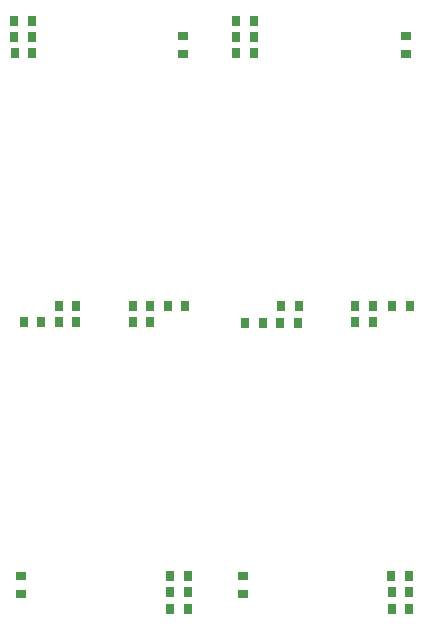
<source format=gtp>
%FSAX43Y43*%
%MOMM*%
G71*
G01*
G75*
G04 Layer_Color=8421504*
%ADD10R,0.700X0.900*%
%ADD11R,0.900X0.700*%
%ADD12C,0.254*%
%ADD13C,0.500*%
%ADD14C,1.500*%
%ADD15R,1.500X1.500*%
%ADD16R,0.765X0.765*%
%ADD17C,0.765*%
%ADD18C,1.650*%
%ADD19R,1.650X1.650*%
%ADD20C,1.000*%
%ADD21R,1.400X1.100*%
%ADD22R,1.100X1.400*%
%ADD23R,0.700X2.500*%
%ADD24R,3.200X2.500*%
%ADD25O,2.000X0.350*%
%ADD26C,0.200*%
%ADD27C,0.203*%
%ADD28C,0.100*%
%ADD29C,0.178*%
D10*
X0063094Y0086630D02*
D03*
X0064594D02*
D03*
X0063094Y0088030D02*
D03*
X0064594D02*
D03*
X0064619Y0085255D02*
D03*
X0063119D02*
D03*
X0073109Y0063880D02*
D03*
X0074609D02*
D03*
X0091938Y0063880D02*
D03*
X0093438D02*
D03*
X0095036Y0039618D02*
D03*
X0096536D02*
D03*
X0095011Y0041005D02*
D03*
X0096511D02*
D03*
X0073109Y0062480D02*
D03*
X0074609D02*
D03*
X0096536Y0038230D02*
D03*
X0095036D02*
D03*
X0076288Y0039618D02*
D03*
X0077788D02*
D03*
X0083357Y0085255D02*
D03*
X0081857D02*
D03*
X0081857Y0088030D02*
D03*
X0083357D02*
D03*
X0077584Y0063880D02*
D03*
X0076084D02*
D03*
X0091938Y0062480D02*
D03*
X0093438D02*
D03*
X0076288Y0041005D02*
D03*
X0077788D02*
D03*
X0077788Y0038230D02*
D03*
X0076288D02*
D03*
X0087163Y0063855D02*
D03*
X0085663D02*
D03*
X0068363Y0063880D02*
D03*
X0066863D02*
D03*
X0083357Y0086630D02*
D03*
X0081857D02*
D03*
X0087113Y0062455D02*
D03*
X0085613D02*
D03*
X0082663Y0062455D02*
D03*
X0084163D02*
D03*
X0068363Y0062480D02*
D03*
X0066863D02*
D03*
X0063888Y0062480D02*
D03*
X0065388D02*
D03*
X0096613Y0063880D02*
D03*
X0095113D02*
D03*
D11*
X0077413Y0086730D02*
D03*
Y0085230D02*
D03*
X0082423Y0039509D02*
D03*
Y0041009D02*
D03*
X0063638Y0039505D02*
D03*
Y0041005D02*
D03*
X0096238Y0086730D02*
D03*
Y0085230D02*
D03*
M02*

</source>
